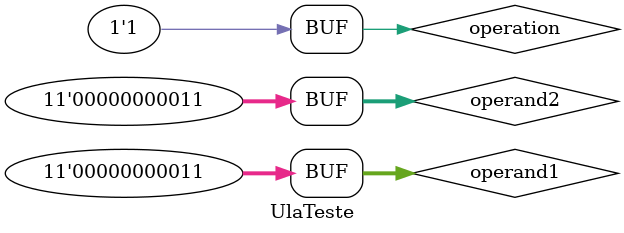
<source format=v>
 `timescale 10ns / 10ns

module UlaTeste;
//Inputs
 reg [10:0] operand1;
 reg [10:0] operand2;
 reg operation;

//Outputs
 wire z_o;
 wire n_o;
 wire [10:0] result;

 Ula DUT(operand1, operand2, operation, z_o, n_o, result);
    initial 
    begin
      operand1 = 11'b00000000011;
      operand2 = 11'b00000000010;
      operation = 1'b0;
      #10 operation = 1'b1;
		#10 operand2 = 11'b00000000011; operand1 = 11'b00000000010;
		#10 operand1 = 11'b00000000011;
     end
      
endmodule 
</source>
